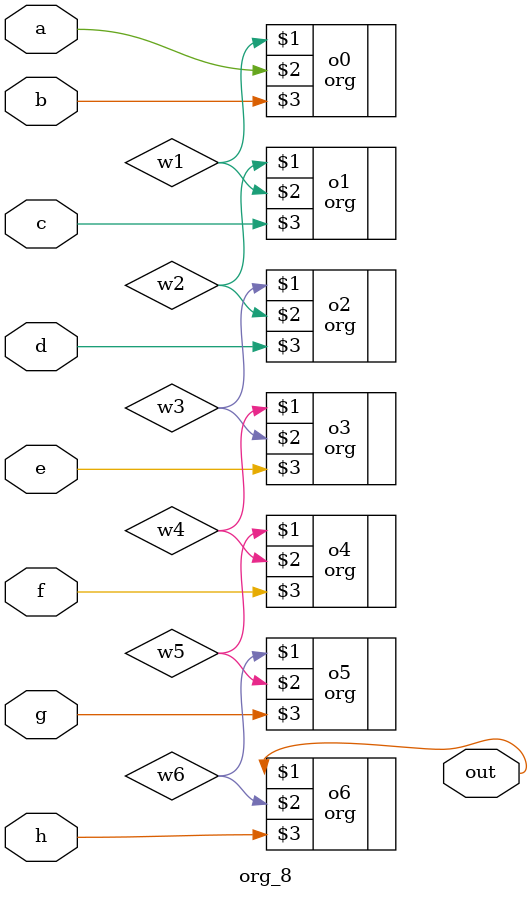
<source format=v>
`timescale 1ns / 1ps

module org_8(out, a, b, c, d, e, f, g, h);
input a, b, c, d, e, f, g, h;
output out;
wire w1, w2, w3, w4, w5, w6;
org o0(w1, a, b);
org o1(w2, w1, c);
org o2(w3, w2, d);
org o3(w4, w3, e);
org o4(w5, w4, f);
org o5(w6, w5, g);
org o6(out, w6, h);
endmodule
</source>
